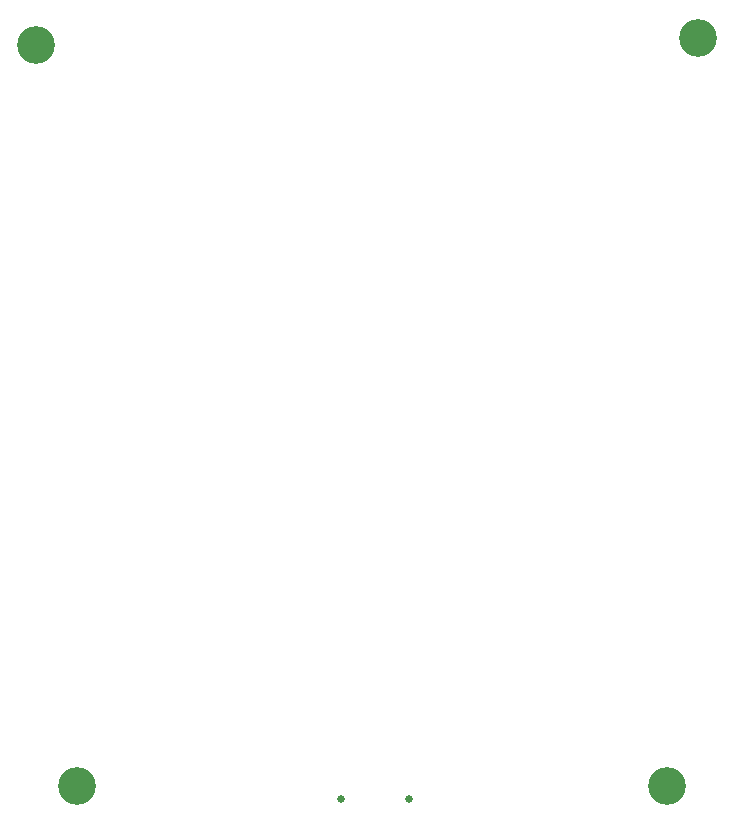
<source format=gbr>
%TF.GenerationSoftware,KiCad,Pcbnew,9.0.2*%
%TF.CreationDate,2025-08-29T22:08:27+05:30*%
%TF.ProjectId,4 SRA,34205352-412e-46b6-9963-61645f706362,rev?*%
%TF.SameCoordinates,Original*%
%TF.FileFunction,NonPlated,1,2,NPTH,Drill*%
%TF.FilePolarity,Positive*%
%FSLAX46Y46*%
G04 Gerber Fmt 4.6, Leading zero omitted, Abs format (unit mm)*
G04 Created by KiCad (PCBNEW 9.0.2) date 2025-08-29 22:08:27*
%MOMM*%
%LPD*%
G01*
G04 APERTURE LIST*
%TA.AperFunction,ComponentDrill*%
%ADD10C,0.650000*%
%TD*%
%TA.AperFunction,ComponentDrill*%
%ADD11C,3.200000*%
%TD*%
G04 APERTURE END LIST*
D10*
%TO.C,J2*%
X147860000Y-135510000D03*
X153640000Y-135510000D03*
D11*
%TO.C,H2*%
X122100000Y-71675000D03*
X125525000Y-134400000D03*
%TO.C,H1*%
X175525000Y-134425000D03*
%TO.C,H2*%
X178150000Y-71050000D03*
M02*

</source>
